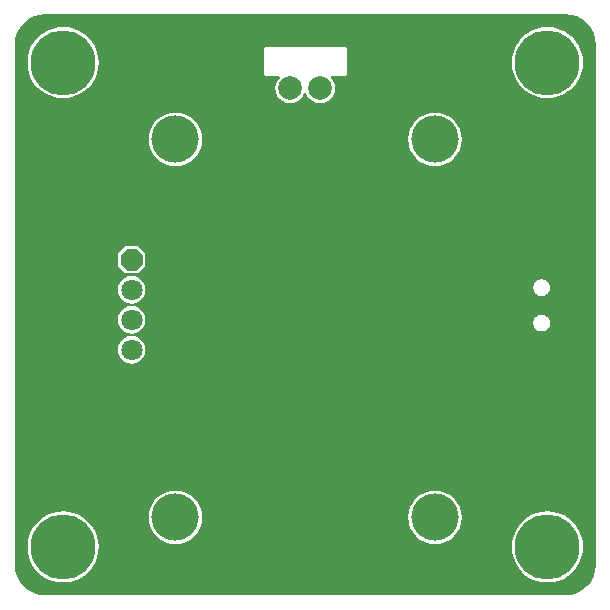
<source format=gbl>
G04 Layer_Physical_Order=2*
G04 Layer_Color=16711680*
%FSLAX44Y44*%
%MOMM*%
G71*
G01*
G75*
%ADD15P,1.9483X8X292.5*%
%ADD16C,1.8000*%
%ADD17C,4.0000*%
%ADD18C,5.5000*%
%ADD19C,2.0000*%
G36*
X475109Y495686D02*
X480022Y494196D01*
X484550Y491775D01*
X488518Y488518D01*
X491776Y484550D01*
X494196Y480022D01*
X495686Y475109D01*
X496165Y470248D01*
X496115Y470000D01*
X496115Y30000D01*
X496165Y29752D01*
X495686Y24891D01*
X494196Y19978D01*
X491776Y15450D01*
X488518Y11481D01*
X484550Y8224D01*
X480022Y5804D01*
X475109Y4314D01*
X471250Y3934D01*
X470000Y3885D01*
X470000Y3885D01*
X468730Y3885D01*
X31269Y3885D01*
X30000Y3885D01*
X28750Y3934D01*
X24891Y4314D01*
X19978Y5804D01*
X15450Y8224D01*
X11481Y11481D01*
X8225Y15450D01*
X5804Y19978D01*
X4314Y24891D01*
X3934Y28750D01*
X3885Y30000D01*
X3885Y30000D01*
X3885Y31252D01*
X3885Y470000D01*
X3835Y470248D01*
X4314Y475109D01*
X5804Y480022D01*
X8225Y484550D01*
X11481Y488518D01*
X15450Y491775D01*
X19978Y494196D01*
X24891Y495686D01*
X29752Y496165D01*
X30000Y496115D01*
X470000Y496115D01*
X470248Y496165D01*
X475109Y495686D01*
D02*
G37*
%LPC*%
G36*
X103000Y223540D02*
X99987Y223143D01*
X97180Y221980D01*
X94770Y220130D01*
X92920Y217720D01*
X91757Y214912D01*
X91360Y211900D01*
X91757Y208888D01*
X92920Y206080D01*
X94770Y203670D01*
X97180Y201820D01*
X99987Y200657D01*
X103000Y200261D01*
X106012Y200657D01*
X108820Y201820D01*
X111230Y203670D01*
X113080Y206080D01*
X114243Y208888D01*
X114640Y211900D01*
X114243Y214912D01*
X113080Y217720D01*
X111230Y220130D01*
X108820Y221980D01*
X106012Y223143D01*
X103000Y223540D01*
D02*
G37*
G36*
Y248940D02*
X99987Y248543D01*
X97180Y247380D01*
X94770Y245530D01*
X92920Y243120D01*
X91757Y240313D01*
X91360Y237300D01*
X91757Y234287D01*
X92920Y231480D01*
X94770Y229070D01*
X97180Y227220D01*
X99987Y226057D01*
X103000Y225660D01*
X106012Y226057D01*
X108820Y227220D01*
X111230Y229070D01*
X113080Y231480D01*
X114243Y234287D01*
X114640Y237300D01*
X114243Y240313D01*
X113080Y243120D01*
X111230Y245530D01*
X108820Y247380D01*
X106012Y248543D01*
X103000Y248940D01*
D02*
G37*
G36*
X450505Y241733D02*
X449495D01*
X447739Y241384D01*
X446805Y240997D01*
X445317Y240003D01*
X445317Y240003D01*
X444602Y239288D01*
X444602Y239288D01*
X443608Y237800D01*
X443221Y236866D01*
X442872Y235110D01*
Y234855D01*
X442822Y234605D01*
X442872Y234355D01*
Y234100D01*
X443221Y232344D01*
X443608Y231411D01*
X444602Y229922D01*
X444602Y229922D01*
X445317Y229208D01*
X445317Y229208D01*
X446805Y228213D01*
X447739Y227826D01*
X449495Y227477D01*
X450505D01*
X452261Y227826D01*
X453195Y228213D01*
X454683Y229208D01*
X454683Y229208D01*
X455398Y229922D01*
X455398Y229922D01*
X456392Y231411D01*
X456779Y232344D01*
X457128Y234100D01*
Y234355D01*
X457178Y234605D01*
X457128Y234855D01*
Y235110D01*
X456779Y236866D01*
X456392Y237800D01*
X455398Y239288D01*
X455398Y239288D01*
X454683Y240003D01*
X454683Y240003D01*
X453195Y240997D01*
X452261Y241384D01*
X450505Y241733D01*
D02*
G37*
G36*
X360000Y92649D02*
X355581Y92214D01*
X351333Y90925D01*
X347417Y88832D01*
X343985Y86015D01*
X341168Y82583D01*
X339075Y78667D01*
X337786Y74419D01*
X337351Y70000D01*
X337786Y65581D01*
X339075Y61333D01*
X341168Y57417D01*
X343985Y53985D01*
X347417Y51168D01*
X351333Y49075D01*
X355581Y47786D01*
X360000Y47351D01*
X364419Y47786D01*
X368667Y49075D01*
X372583Y51168D01*
X376015Y53985D01*
X378832Y57417D01*
X380925Y61333D01*
X382214Y65581D01*
X382649Y70000D01*
X382214Y74419D01*
X380925Y78667D01*
X378832Y82583D01*
X376015Y86015D01*
X372583Y88832D01*
X368667Y90925D01*
X364419Y92214D01*
X360000Y92649D01*
D02*
G37*
G36*
X45000Y75133D02*
X40286Y74762D01*
X35688Y73658D01*
X31320Y71849D01*
X27288Y69378D01*
X23693Y66307D01*
X20622Y62712D01*
X18151Y58680D01*
X16342Y54311D01*
X15238Y49714D01*
X14867Y45000D01*
X15238Y40286D01*
X16342Y35688D01*
X18151Y31320D01*
X20622Y27288D01*
X23693Y23693D01*
X27288Y20622D01*
X31320Y18151D01*
X35688Y16342D01*
X40286Y15238D01*
X45000Y14867D01*
X49714Y15238D01*
X54312Y16342D01*
X58680Y18151D01*
X62712Y20622D01*
X66307Y23693D01*
X69378Y27288D01*
X71849Y31320D01*
X73658Y35688D01*
X74762Y40286D01*
X75133Y45000D01*
X74762Y49714D01*
X73658Y54311D01*
X71849Y58680D01*
X69378Y62712D01*
X66307Y66307D01*
X62712Y69378D01*
X58680Y71849D01*
X54312Y73658D01*
X49714Y74762D01*
X45000Y75133D01*
D02*
G37*
G36*
X455000D02*
X450286Y74762D01*
X445689Y73658D01*
X441320Y71849D01*
X437288Y69378D01*
X433693Y66307D01*
X430622Y62712D01*
X428151Y58680D01*
X426342Y54311D01*
X425238Y49714D01*
X424867Y45000D01*
X425238Y40286D01*
X426342Y35688D01*
X428151Y31320D01*
X430622Y27288D01*
X433693Y23693D01*
X437288Y20622D01*
X441320Y18151D01*
X445689Y16342D01*
X450286Y15238D01*
X455000Y14867D01*
X459714Y15238D01*
X464312Y16342D01*
X468680Y18151D01*
X472712Y20622D01*
X476307Y23693D01*
X479378Y27288D01*
X481849Y31320D01*
X483658Y35688D01*
X484762Y40286D01*
X485133Y45000D01*
X484762Y49714D01*
X483658Y54311D01*
X481849Y58680D01*
X479378Y62712D01*
X476307Y66307D01*
X472712Y69378D01*
X468680Y71849D01*
X464312Y73658D01*
X459714Y74762D01*
X455000Y75133D01*
D02*
G37*
G36*
X140000Y92649D02*
X135581Y92214D01*
X131333Y90925D01*
X127417Y88832D01*
X123985Y86015D01*
X121168Y82583D01*
X119075Y78667D01*
X117786Y74419D01*
X117351Y70000D01*
X117786Y65581D01*
X119075Y61333D01*
X121168Y57417D01*
X123985Y53985D01*
X127417Y51168D01*
X131333Y49075D01*
X135581Y47786D01*
X140000Y47351D01*
X144419Y47786D01*
X148667Y49075D01*
X152583Y51168D01*
X156015Y53985D01*
X158832Y57417D01*
X160925Y61333D01*
X162214Y65581D01*
X162649Y70000D01*
X162214Y74419D01*
X160925Y78667D01*
X158832Y82583D01*
X156015Y86015D01*
X152583Y88832D01*
X148667Y90925D01*
X144419Y92214D01*
X140000Y92649D01*
D02*
G37*
G36*
X103000Y274340D02*
X99987Y273943D01*
X97180Y272780D01*
X94770Y270930D01*
X92920Y268520D01*
X91757Y265713D01*
X91360Y262700D01*
X91757Y259687D01*
X92920Y256880D01*
X94770Y254470D01*
X97180Y252620D01*
X99987Y251457D01*
X103000Y251060D01*
X106012Y251457D01*
X108820Y252620D01*
X111230Y254470D01*
X113080Y256880D01*
X114243Y259687D01*
X114640Y262700D01*
X114243Y265713D01*
X113080Y268520D01*
X111230Y270930D01*
X108820Y272780D01*
X106012Y273943D01*
X103000Y274340D01*
D02*
G37*
G36*
X282500Y468590D02*
X217500D01*
X216509Y468393D01*
X215669Y467831D01*
X215107Y466991D01*
X214910Y466000D01*
Y446000D01*
X215107Y445009D01*
X215669Y444169D01*
X216509Y443607D01*
X217500Y443410D01*
X228032D01*
X228440Y442208D01*
X228356Y442144D01*
X226346Y439524D01*
X225083Y436474D01*
X224652Y433200D01*
X225083Y429926D01*
X226346Y426876D01*
X228356Y424256D01*
X230976Y422246D01*
X234026Y420983D01*
X237300Y420552D01*
X240574Y420983D01*
X243624Y422246D01*
X246244Y424256D01*
X248254Y426876D01*
X249313Y429433D01*
X250687D01*
X251746Y426876D01*
X253756Y424256D01*
X256376Y422246D01*
X259426Y420983D01*
X262700Y420552D01*
X265974Y420983D01*
X269024Y422246D01*
X271644Y424256D01*
X273654Y426876D01*
X274917Y429926D01*
X275348Y433200D01*
X274917Y436474D01*
X273654Y439524D01*
X271644Y442144D01*
X271560Y442208D01*
X271968Y443410D01*
X282500D01*
X283491Y443607D01*
X284331Y444169D01*
X284893Y445009D01*
X285090Y446000D01*
Y466000D01*
X284893Y466991D01*
X284331Y467831D01*
X283491Y468393D01*
X282500Y468590D01*
D02*
G37*
G36*
X45000Y485133D02*
X40286Y484762D01*
X35688Y483658D01*
X31320Y481849D01*
X27288Y479378D01*
X23693Y476307D01*
X20622Y472712D01*
X18151Y468680D01*
X16342Y464312D01*
X15238Y459714D01*
X14867Y455000D01*
X15238Y450286D01*
X16342Y445688D01*
X18151Y441320D01*
X20622Y437288D01*
X23693Y433693D01*
X27288Y430622D01*
X31320Y428151D01*
X35688Y426342D01*
X40286Y425238D01*
X45000Y424867D01*
X49714Y425238D01*
X54312Y426342D01*
X58680Y428151D01*
X62712Y430622D01*
X66307Y433693D01*
X69378Y437288D01*
X71849Y441320D01*
X73658Y445688D01*
X74762Y450286D01*
X75133Y455000D01*
X74762Y459714D01*
X73658Y464312D01*
X71849Y468680D01*
X69378Y472712D01*
X66307Y476307D01*
X62712Y479378D01*
X58680Y481849D01*
X54312Y483658D01*
X49714Y484762D01*
X45000Y485133D01*
D02*
G37*
G36*
X455000D02*
X450286Y484762D01*
X445689Y483658D01*
X441320Y481849D01*
X437288Y479378D01*
X433693Y476307D01*
X430622Y472712D01*
X428151Y468680D01*
X426342Y464312D01*
X425238Y459714D01*
X424867Y455000D01*
X425238Y450286D01*
X426342Y445688D01*
X428151Y441320D01*
X430622Y437288D01*
X433693Y433693D01*
X437288Y430622D01*
X441320Y428151D01*
X445689Y426342D01*
X450286Y425238D01*
X455000Y424867D01*
X459714Y425238D01*
X464312Y426342D01*
X468680Y428151D01*
X472712Y430622D01*
X476307Y433693D01*
X479378Y437288D01*
X481849Y441320D01*
X483658Y445688D01*
X484762Y450286D01*
X485133Y455000D01*
X484762Y459714D01*
X483658Y464312D01*
X481849Y468680D01*
X479378Y472712D01*
X476307Y476307D01*
X472712Y479378D01*
X468680Y481849D01*
X464312Y483658D01*
X459714Y484762D01*
X455000Y485133D01*
D02*
G37*
G36*
X360000Y412649D02*
X355581Y412214D01*
X351333Y410925D01*
X347417Y408832D01*
X343985Y406015D01*
X341168Y402583D01*
X339075Y398667D01*
X337786Y394419D01*
X337351Y390000D01*
X337786Y385581D01*
X339075Y381333D01*
X341168Y377417D01*
X343985Y373985D01*
X347417Y371168D01*
X351333Y369075D01*
X355581Y367786D01*
X360000Y367351D01*
X364419Y367786D01*
X368667Y369075D01*
X372583Y371168D01*
X376015Y373985D01*
X378832Y377417D01*
X380925Y381333D01*
X382214Y385581D01*
X382649Y390000D01*
X382214Y394419D01*
X380925Y398667D01*
X378832Y402583D01*
X376015Y406015D01*
X372583Y408832D01*
X368667Y410925D01*
X364419Y412214D01*
X360000Y412649D01*
D02*
G37*
G36*
X450505Y271733D02*
X449495D01*
X447739Y271384D01*
X446805Y270997D01*
X445317Y270003D01*
X445317Y270003D01*
X444602Y269288D01*
X444602Y269288D01*
X443608Y267800D01*
X443221Y266866D01*
X442872Y265110D01*
Y264855D01*
X442822Y264605D01*
X442872Y264355D01*
Y264100D01*
X443221Y262344D01*
X443608Y261411D01*
X444602Y259922D01*
X444602Y259922D01*
X445317Y259208D01*
X445317Y259208D01*
X446805Y258213D01*
X447739Y257826D01*
X449495Y257477D01*
X450505D01*
X452261Y257826D01*
X453195Y258213D01*
X454683Y259208D01*
X454683Y259208D01*
X455398Y259922D01*
X455398Y259922D01*
X456392Y261411D01*
X456779Y262344D01*
X457128Y264100D01*
Y264355D01*
X457178Y264605D01*
X457128Y264855D01*
Y265110D01*
X456779Y266866D01*
X456392Y267800D01*
X455398Y269288D01*
X455398Y269288D01*
X454683Y270003D01*
X454683Y270003D01*
X453195Y270997D01*
X452261Y271384D01*
X450505Y271733D01*
D02*
G37*
G36*
X107500Y299690D02*
X98500D01*
X97509Y299493D01*
X96669Y298931D01*
X92169Y294431D01*
X91607Y293591D01*
X91410Y292600D01*
Y283600D01*
X91607Y282609D01*
X92169Y281769D01*
X96669Y277269D01*
X97509Y276707D01*
X98500Y276510D01*
X107500D01*
X108491Y276707D01*
X109331Y277269D01*
X113831Y281769D01*
X114393Y282609D01*
X114590Y283600D01*
Y292600D01*
X114393Y293591D01*
X113831Y294431D01*
X109331Y298931D01*
X108491Y299493D01*
X107500Y299690D01*
D02*
G37*
G36*
X140000Y412649D02*
X135581Y412214D01*
X131333Y410925D01*
X127417Y408832D01*
X123985Y406015D01*
X121168Y402583D01*
X119075Y398667D01*
X117786Y394419D01*
X117351Y390000D01*
X117786Y385581D01*
X119075Y381333D01*
X121168Y377417D01*
X123985Y373985D01*
X127417Y371168D01*
X131333Y369075D01*
X135581Y367786D01*
X140000Y367351D01*
X144419Y367786D01*
X148667Y369075D01*
X152583Y371168D01*
X156015Y373985D01*
X158832Y377417D01*
X160925Y381333D01*
X162214Y385581D01*
X162649Y390000D01*
X162214Y394419D01*
X160925Y398667D01*
X158832Y402583D01*
X156015Y406015D01*
X152583Y408832D01*
X148667Y410925D01*
X144419Y412214D01*
X140000Y412649D01*
D02*
G37*
%LPD*%
D15*
X103000Y288100D02*
D03*
D16*
Y262700D02*
D03*
Y237300D02*
D03*
Y211900D02*
D03*
D17*
X140000Y70000D02*
D03*
X360000D02*
D03*
Y390000D02*
D03*
X140000D02*
D03*
D18*
X45000Y455000D02*
D03*
X455000D02*
D03*
X45000Y45000D02*
D03*
X455000D02*
D03*
D19*
X237300Y433200D02*
D03*
X262700D02*
D03*
M02*

</source>
